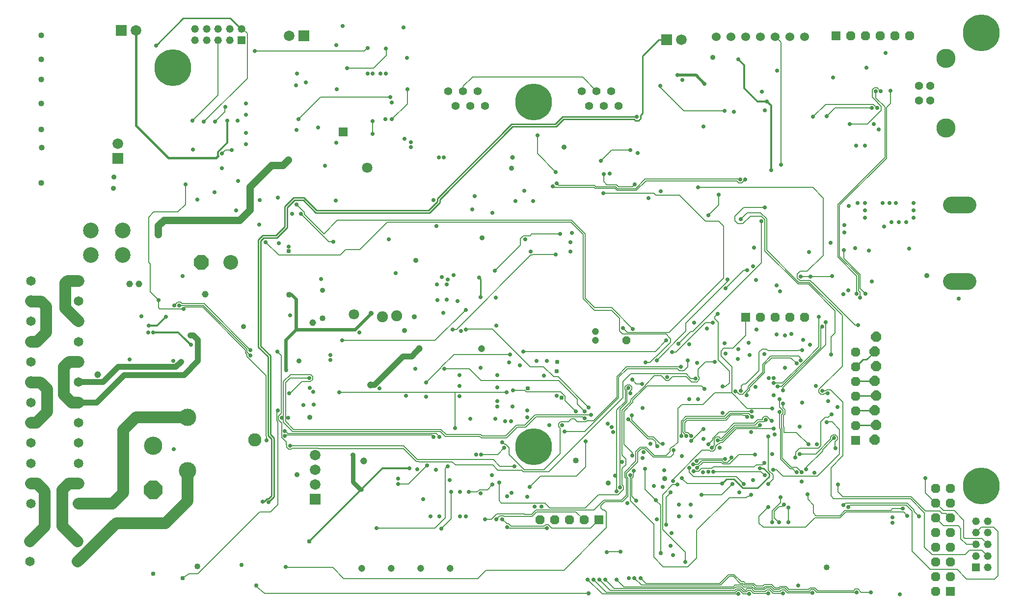
<source format=gbl>
G75*
%MOIN*%
%OFA0B0*%
%FSLAX25Y25*%
%IPPOS*%
%LPD*%
%AMOC8*
5,1,8,0,0,1.08239X$1,22.5*
%
%ADD10C,0.11250*%
%ADD11R,0.06300X0.06300*%
%ADD12OC8,0.06300*%
%ADD13R,0.05200X0.05200*%
%ADD14C,0.05200*%
%ADD15C,0.05500*%
%ADD16R,0.07200X0.07200*%
%ADD17C,0.07200*%
%ADD18OC8,0.05200*%
%ADD19R,0.06400X0.06400*%
%ADD20OC8,0.12400*%
%ADD21C,0.12400*%
%ADD22C,0.06000*%
%ADD23C,0.25000*%
%ADD24C,0.13055*%
%ADD25C,0.05622*%
%ADD26C,0.10630*%
%ADD27C,0.10000*%
%ADD28OC8,0.10000*%
%ADD29C,0.06496*%
%ADD30OC8,0.07000*%
%ADD31C,0.02781*%
%ADD32C,0.00600*%
%ADD33C,0.03100*%
%ADD34C,0.03600*%
%ADD35C,0.03175*%
%ADD36C,0.07087*%
%ADD37C,0.04000*%
%ADD38C,0.04750*%
%ADD39C,0.02978*%
%ADD40C,0.04600*%
%ADD41C,0.01000*%
%ADD42C,0.00800*%
%ADD43C,0.07874*%
%ADD44C,0.09000*%
%ADD45C,0.01200*%
%ADD46C,0.08000*%
%ADD47C,0.11811*%
%ADD48C,0.02400*%
%ADD49C,0.05000*%
%ADD50C,0.03937*%
%ADD51C,0.07500*%
%ADD52C,0.01400*%
%ADD53C,0.03000*%
%ADD54C,0.02000*%
%ADD55C,0.01600*%
%ADD56C,0.04000*%
D10*
X0652371Y0223942D02*
X0663621Y0223942D01*
X0663621Y0275911D02*
X0652371Y0275911D01*
D11*
X0512799Y0199533D03*
X0587524Y0115990D03*
X0412949Y0061694D03*
X0651809Y0013136D03*
X0574102Y0390840D03*
D12*
X0584102Y0390840D03*
X0594102Y0390840D03*
X0604102Y0390840D03*
X0614102Y0390840D03*
X0624102Y0390840D03*
X0552799Y0199533D03*
X0542799Y0199533D03*
X0532799Y0199533D03*
X0522799Y0199533D03*
X0587524Y0175990D03*
X0587524Y0165990D03*
X0587524Y0155990D03*
X0587524Y0145990D03*
X0587524Y0135990D03*
X0587524Y0125990D03*
X0641809Y0083136D03*
X0651809Y0083136D03*
X0651809Y0073136D03*
X0641809Y0073136D03*
X0641809Y0063136D03*
X0651809Y0063136D03*
X0651809Y0053136D03*
X0641809Y0053136D03*
X0641809Y0043136D03*
X0651809Y0043136D03*
X0651809Y0033136D03*
X0641809Y0033136D03*
X0641809Y0023136D03*
X0651809Y0023136D03*
X0641809Y0013136D03*
X0402949Y0061694D03*
X0392949Y0061694D03*
X0382949Y0061694D03*
X0372949Y0061694D03*
D13*
X0669019Y0029408D03*
X0170272Y0387675D03*
D14*
X0162398Y0387675D03*
X0154524Y0387675D03*
X0146650Y0387675D03*
X0138776Y0387675D03*
X0138776Y0395549D03*
X0146650Y0395549D03*
X0154524Y0395549D03*
X0162398Y0395549D03*
X0170272Y0395549D03*
X0669019Y0060905D03*
X0676893Y0060905D03*
X0676893Y0053031D03*
X0669019Y0053031D03*
X0669019Y0045157D03*
X0676893Y0045157D03*
X0676893Y0037282D03*
X0676893Y0029408D03*
X0669019Y0037282D03*
D15*
X0426402Y0343273D03*
X0416402Y0343273D03*
X0406402Y0343273D03*
X0411402Y0353273D03*
X0421402Y0353273D03*
X0401402Y0353273D03*
X0335850Y0343273D03*
X0325850Y0343273D03*
X0315850Y0343273D03*
X0310850Y0353273D03*
X0320850Y0353273D03*
X0330850Y0353273D03*
D16*
X0212882Y0390757D03*
X0088744Y0394340D03*
X0086299Y0307423D03*
X0459020Y0388116D03*
X0220512Y0075987D03*
D17*
X0220512Y0085987D03*
X0220512Y0095987D03*
X0220512Y0105987D03*
X0086299Y0317423D03*
X0202882Y0390757D03*
X0098744Y0394340D03*
X0469020Y0388116D03*
D18*
X0431815Y0183785D03*
D19*
X0239295Y0325399D03*
D20*
X0110420Y0082108D03*
D21*
X0110420Y0112108D03*
D22*
X0492799Y0390242D03*
X0502799Y0390242D03*
X0512799Y0390242D03*
X0522799Y0390242D03*
X0532799Y0390242D03*
X0542799Y0390242D03*
X0552799Y0390242D03*
D23*
X0672667Y0392812D03*
X0368626Y0345793D03*
X0123657Y0369291D03*
X0368736Y0111383D03*
X0672622Y0084850D03*
D24*
X0648882Y0328057D03*
X0648882Y0375458D03*
D25*
X0638213Y0356679D03*
X0630339Y0356679D03*
X0630339Y0346836D03*
X0638213Y0346836D03*
D26*
X0089654Y0258375D03*
X0068000Y0258375D03*
X0068000Y0241840D03*
X0089654Y0241840D03*
D27*
X0163071Y0236952D03*
D28*
X0143071Y0236952D03*
D29*
X0026882Y0033478D03*
X0026882Y0047257D03*
X0059165Y0047257D03*
X0059165Y0033478D03*
X0059665Y0072682D03*
X0059665Y0086462D03*
X0059665Y0100242D03*
X0027382Y0100242D03*
X0027382Y0086462D03*
X0027382Y0072682D03*
X0027382Y0114021D03*
X0027382Y0127801D03*
X0027382Y0141580D03*
X0059665Y0141580D03*
X0059665Y0127801D03*
X0059665Y0114021D03*
X0059665Y0155360D03*
X0059665Y0169139D03*
X0059665Y0182919D03*
X0027382Y0182919D03*
X0027382Y0169139D03*
X0027382Y0155360D03*
X0027382Y0196698D03*
X0027382Y0210478D03*
X0027382Y0224257D03*
X0059665Y0224257D03*
X0059665Y0210478D03*
X0059665Y0196698D03*
D30*
X0600382Y0176257D03*
X0601382Y0186257D03*
X0601382Y0166257D03*
X0600382Y0156257D03*
X0601382Y0146257D03*
X0600382Y0136257D03*
X0601382Y0126257D03*
X0600382Y0116257D03*
D31*
X0573652Y0110357D03*
X0572752Y0117357D03*
X0567852Y0128257D03*
X0570952Y0133457D03*
X0575052Y0138457D03*
X0568652Y0142457D03*
X0568552Y0147957D03*
X0564752Y0149557D03*
X0560252Y0152757D03*
X0538152Y0149857D03*
X0534252Y0152457D03*
X0531752Y0154757D03*
X0531852Y0158157D03*
X0528452Y0158257D03*
X0519252Y0152257D03*
X0513252Y0146357D03*
X0509352Y0149557D03*
X0505652Y0149157D03*
X0496952Y0152357D03*
X0484882Y0150757D03*
X0478652Y0157957D03*
X0468752Y0165757D03*
X0473252Y0170257D03*
X0479752Y0168357D03*
X0491882Y0169257D03*
X0498952Y0174757D03*
X0507352Y0171157D03*
X0515252Y0173757D03*
X0507752Y0177757D03*
X0514882Y0182257D03*
X0520152Y0191157D03*
X0533752Y0187757D03*
X0539252Y0187257D03*
X0543882Y0188257D03*
X0551882Y0184257D03*
X0556352Y0180857D03*
X0551152Y0177257D03*
X0549952Y0170157D03*
X0547252Y0168057D03*
X0539382Y0165257D03*
X0525352Y0174357D03*
X0498502Y0181757D03*
X0486252Y0191757D03*
X0490382Y0195757D03*
X0477882Y0195757D03*
X0493752Y0201857D03*
X0498952Y0219057D03*
X0500452Y0225257D03*
X0513852Y0231657D03*
X0517852Y0234157D03*
X0519652Y0224757D03*
X0533752Y0221007D03*
X0536002Y0217007D03*
X0550002Y0227257D03*
X0556843Y0227257D03*
X0571552Y0227657D03*
X0582552Y0217957D03*
X0579152Y0215157D03*
X0588052Y0215457D03*
X0590352Y0212857D03*
X0594152Y0215457D03*
X0598252Y0223757D03*
X0596252Y0244757D03*
X0586952Y0246357D03*
X0579452Y0245157D03*
X0570552Y0250157D03*
X0555752Y0243757D03*
X0579752Y0257257D03*
X0579752Y0262257D03*
X0593752Y0267257D03*
X0606752Y0261257D03*
X0611752Y0264257D03*
X0616752Y0264257D03*
X0621752Y0264257D03*
X0626752Y0267257D03*
X0626752Y0272257D03*
X0626752Y0277257D03*
X0614752Y0277257D03*
X0610252Y0277257D03*
X0605752Y0277257D03*
X0593752Y0277257D03*
X0593752Y0272257D03*
X0588752Y0277257D03*
X0582752Y0275257D03*
X0525882Y0274257D03*
X0523452Y0264757D03*
X0509352Y0266257D03*
X0487252Y0268757D03*
X0494252Y0282757D03*
X0480252Y0287757D03*
X0455152Y0285157D03*
X0446852Y0280657D03*
X0437252Y0289757D03*
X0420252Y0297257D03*
X0416252Y0296757D03*
X0414252Y0305757D03*
X0434252Y0313257D03*
X0439252Y0311257D03*
X0484052Y0329157D03*
X0498252Y0339757D03*
X0504752Y0339257D03*
X0525752Y0340257D03*
X0527182Y0346257D03*
X0523752Y0352757D03*
X0534052Y0367257D03*
X0507882Y0374757D03*
X0484752Y0358257D03*
X0469752Y0360757D03*
X0466252Y0364007D03*
X0454752Y0356757D03*
X0438882Y0335757D03*
X0371252Y0323257D03*
X0383752Y0298257D03*
X0384252Y0290657D03*
X0381752Y0288357D03*
X0362352Y0285457D03*
X0368452Y0278457D03*
X0356252Y0278457D03*
X0340852Y0270657D03*
X0327152Y0272857D03*
X0328882Y0281757D03*
X0300852Y0279157D03*
X0302752Y0261557D03*
X0270352Y0252357D03*
X0232752Y0250757D03*
X0202452Y0247357D03*
X0195673Y0249952D03*
X0186882Y0250657D03*
X0182552Y0262557D03*
X0204752Y0269857D03*
X0210752Y0269757D03*
X0207652Y0276057D03*
X0195152Y0280757D03*
X0182652Y0279157D03*
X0166852Y0272157D03*
X0140452Y0279557D03*
X0152152Y0284357D03*
X0168052Y0292257D03*
X0156952Y0300757D03*
X0157152Y0310857D03*
X0163752Y0313257D03*
X0173252Y0317257D03*
X0173252Y0324757D03*
X0167752Y0333257D03*
X0173252Y0337257D03*
X0160752Y0333257D03*
X0152452Y0332457D03*
X0144852Y0332557D03*
X0137052Y0333057D03*
X0159252Y0342657D03*
X0173252Y0344757D03*
X0207352Y0357157D03*
X0214152Y0359057D03*
X0207952Y0365157D03*
X0235052Y0354457D03*
X0255952Y0365157D03*
X0259252Y0365257D03*
X0264652Y0365157D03*
X0268352Y0365257D03*
X0282752Y0375757D03*
X0268352Y0382057D03*
X0256052Y0382657D03*
X0234752Y0384557D03*
X0238952Y0397657D03*
X0280252Y0396457D03*
X0242052Y0368957D03*
X0282952Y0354557D03*
X0271352Y0349157D03*
X0272552Y0345657D03*
X0272552Y0334257D03*
X0268052Y0334257D03*
X0259452Y0332957D03*
X0259552Y0324157D03*
X0234752Y0318257D03*
X0222252Y0328457D03*
X0209052Y0334257D03*
X0207752Y0326757D03*
X0227034Y0302508D03*
X0234552Y0278957D03*
X0304252Y0308257D03*
X0307752Y0308257D03*
X0285552Y0315057D03*
X0285552Y0318357D03*
X0280952Y0320757D03*
X0415952Y0283757D03*
X0394752Y0256757D03*
X0386652Y0256257D03*
X0393782Y0250357D03*
X0393782Y0244057D03*
X0383752Y0242257D03*
X0366752Y0244257D03*
X0363052Y0252357D03*
X0342352Y0231257D03*
X0331852Y0226457D03*
X0314252Y0228257D03*
X0310452Y0225157D03*
X0309752Y0221757D03*
X0306352Y0226757D03*
X0302952Y0221857D03*
X0303382Y0211257D03*
X0309752Y0211557D03*
X0317152Y0210557D03*
X0322652Y0204657D03*
X0307252Y0202357D03*
X0313752Y0191257D03*
X0319252Y0190257D03*
X0322752Y0191257D03*
X0343252Y0193757D03*
X0343152Y0212957D03*
X0332852Y0213057D03*
X0275152Y0229557D03*
X0224352Y0225457D03*
X0203282Y0200857D03*
X0250252Y0189057D03*
X0238752Y0183757D03*
X0230752Y0173857D03*
X0230752Y0170557D03*
X0216252Y0158257D03*
X0216652Y0151557D03*
X0219152Y0148957D03*
X0202752Y0147757D03*
X0212252Y0139857D03*
X0219352Y0140257D03*
X0236652Y0148657D03*
X0263952Y0151057D03*
X0282052Y0146157D03*
X0295652Y0145557D03*
X0318552Y0145957D03*
X0318352Y0152957D03*
X0318352Y0160257D03*
X0308052Y0164457D03*
X0295752Y0155257D03*
X0288452Y0164457D03*
X0332791Y0165257D03*
X0344152Y0160057D03*
X0359252Y0166757D03*
X0352052Y0168857D03*
X0352752Y0174257D03*
X0361752Y0176257D03*
X0370752Y0169757D03*
X0377752Y0169757D03*
X0375752Y0159757D03*
X0384252Y0146257D03*
X0406152Y0138157D03*
X0403352Y0135657D03*
X0403252Y0130757D03*
X0407752Y0133257D03*
X0397452Y0135657D03*
X0388152Y0126257D03*
X0389752Y0121757D03*
X0379352Y0126257D03*
X0364252Y0131357D03*
X0364452Y0136157D03*
X0354252Y0138957D03*
X0344052Y0138957D03*
X0344052Y0142357D03*
X0350352Y0148657D03*
X0354752Y0149957D03*
X0344052Y0151957D03*
X0342652Y0130457D03*
X0349352Y0128957D03*
X0353252Y0128857D03*
X0347482Y0114457D03*
X0348882Y0110757D03*
X0332982Y0106257D03*
X0329582Y0106257D03*
X0310382Y0098257D03*
X0302382Y0095757D03*
X0296382Y0098757D03*
X0289882Y0096257D03*
X0284382Y0096757D03*
X0276882Y0089757D03*
X0276882Y0086257D03*
X0293882Y0075757D03*
X0312882Y0080757D03*
X0318882Y0080757D03*
X0324882Y0080757D03*
X0332882Y0079757D03*
X0340882Y0085757D03*
X0345382Y0087257D03*
X0353882Y0080257D03*
X0350882Y0077757D03*
X0364282Y0077657D03*
X0365982Y0084157D03*
X0355752Y0098257D03*
X0340382Y0092257D03*
X0311882Y0088757D03*
X0369482Y0070857D03*
X0374082Y0070857D03*
X0377882Y0056257D03*
X0350882Y0056757D03*
X0347382Y0062257D03*
X0343382Y0062257D03*
X0335882Y0062257D03*
X0322882Y0064257D03*
X0318882Y0064257D03*
X0304882Y0064257D03*
X0298882Y0064257D03*
X0306182Y0055757D03*
X0261982Y0056057D03*
X0200282Y0029857D03*
X0188882Y0073757D03*
X0184882Y0074257D03*
X0203252Y0112257D03*
X0199882Y0118757D03*
X0199882Y0122257D03*
X0197782Y0131057D03*
X0202082Y0131057D03*
X0195182Y0136257D03*
X0187382Y0115757D03*
X0124382Y0109857D03*
X0200752Y0163457D03*
X0194882Y0176257D03*
X0176482Y0177157D03*
X0176382Y0173657D03*
X0135982Y0180757D03*
X0110482Y0189257D03*
X0106982Y0189257D03*
X0107482Y0193757D03*
X0102482Y0200257D03*
X0118982Y0199757D03*
X0124682Y0207557D03*
X0128082Y0207557D03*
X0130982Y0205257D03*
X0113982Y0211157D03*
X0130382Y0227457D03*
X0124139Y0169730D03*
X0094482Y0170757D03*
X0300882Y0118257D03*
X0304882Y0118257D03*
X0315252Y0124257D03*
X0325752Y0130457D03*
X0404082Y0115157D03*
X0422682Y0121357D03*
X0421582Y0124857D03*
X0419082Y0127157D03*
X0433152Y0130057D03*
X0435352Y0132857D03*
X0442682Y0137957D03*
X0434452Y0147757D03*
X0433052Y0151357D03*
X0435652Y0157157D03*
X0442352Y0154257D03*
X0459552Y0158857D03*
X0452252Y0170057D03*
X0444682Y0168857D03*
X0462852Y0175757D03*
X0466952Y0181357D03*
X0474502Y0181257D03*
X0458752Y0183757D03*
X0436202Y0191607D03*
X0429552Y0192257D03*
X0531852Y0146657D03*
X0535752Y0143757D03*
X0538152Y0140757D03*
X0535752Y0135257D03*
X0530752Y0137657D03*
X0526252Y0129757D03*
X0530252Y0129257D03*
X0531752Y0123757D03*
X0532382Y0119757D03*
X0528052Y0118557D03*
X0516452Y0121457D03*
X0522252Y0126257D03*
X0516982Y0131957D03*
X0513582Y0131857D03*
X0516882Y0135357D03*
X0496952Y0134557D03*
X0480252Y0143757D03*
X0474252Y0143757D03*
X0483982Y0123657D03*
X0475782Y0118957D03*
X0472382Y0118957D03*
X0468982Y0118957D03*
X0475582Y0115457D03*
X0484152Y0116757D03*
X0487252Y0113257D03*
X0489752Y0110757D03*
X0494982Y0110957D03*
X0493752Y0115757D03*
X0519082Y0106057D03*
X0525452Y0100357D03*
X0522352Y0096857D03*
X0525652Y0092057D03*
X0531252Y0095857D03*
X0517752Y0088757D03*
X0511252Y0086257D03*
X0508352Y0080457D03*
X0503752Y0086257D03*
X0496652Y0086357D03*
X0490852Y0094557D03*
X0487252Y0094457D03*
X0483652Y0094157D03*
X0479882Y0097157D03*
X0477352Y0094757D03*
X0474352Y0097057D03*
X0476952Y0099357D03*
X0479452Y0101757D03*
X0469252Y0105257D03*
X0463682Y0109157D03*
X0456552Y0113457D03*
X0452652Y0111757D03*
X0448082Y0113357D03*
X0443452Y0107757D03*
X0442752Y0103757D03*
X0435682Y0105457D03*
X0428652Y0101257D03*
X0436882Y0095257D03*
X0434252Y0092057D03*
X0423952Y0091857D03*
X0427552Y0083757D03*
X0425052Y0081057D03*
X0432382Y0073257D03*
X0438382Y0074757D03*
X0451561Y0075249D03*
X0461652Y0080657D03*
X0456252Y0084257D03*
X0450252Y0084757D03*
X0457407Y0095603D03*
X0463252Y0088257D03*
X0466252Y0085757D03*
X0469252Y0090157D03*
X0444352Y0096557D03*
X0482752Y0078757D03*
X0475252Y0072257D03*
X0467252Y0072257D03*
X0467252Y0064257D03*
X0475252Y0064257D03*
X0458852Y0058557D03*
X0452382Y0062257D03*
X0462252Y0052757D03*
X0461882Y0044257D03*
X0463382Y0037757D03*
X0471882Y0033257D03*
X0441482Y0022257D03*
X0437182Y0022257D03*
X0433382Y0022257D03*
X0425182Y0021257D03*
X0417282Y0021257D03*
X0413382Y0021257D03*
X0409382Y0021257D03*
X0405482Y0021257D03*
X0418382Y0039757D03*
X0427882Y0040257D03*
X0507882Y0011457D03*
X0515182Y0011557D03*
X0527982Y0011957D03*
X0537982Y0011957D03*
X0548382Y0017257D03*
X0557982Y0012057D03*
X0587982Y0012457D03*
X0597882Y0012557D03*
X0617382Y0011257D03*
X0612482Y0059957D03*
X0612482Y0063357D03*
X0619382Y0069457D03*
X0622482Y0064657D03*
X0630382Y0064157D03*
X0582482Y0070557D03*
X0579082Y0071757D03*
X0554752Y0079257D03*
X0541752Y0070257D03*
X0538752Y0072257D03*
X0536352Y0077107D03*
X0528052Y0070557D03*
X0530852Y0060157D03*
X0535252Y0060257D03*
X0541752Y0060257D03*
X0516252Y0078957D03*
X0528052Y0086157D03*
X0547252Y0094257D03*
X0550752Y0094257D03*
X0553752Y0096257D03*
X0559552Y0093857D03*
X0550752Y0087957D03*
X0546452Y0104157D03*
X0549252Y0106557D03*
X0555252Y0113057D03*
X0561152Y0113057D03*
X0549552Y0125157D03*
X0550952Y0141657D03*
X0570882Y0174257D03*
X0564752Y0193257D03*
X0567152Y0196057D03*
X0562452Y0199957D03*
X0589102Y0194107D03*
X0657382Y0212257D03*
X0623752Y0246257D03*
X0518252Y0246757D03*
X0512452Y0293257D03*
X0509052Y0293057D03*
X0530082Y0299457D03*
X0536652Y0303057D03*
X0587752Y0316257D03*
X0593752Y0316257D03*
X0603132Y0327257D03*
X0599752Y0330757D03*
X0583452Y0330957D03*
X0567852Y0336157D03*
X0558552Y0335857D03*
X0598452Y0341857D03*
X0602052Y0341757D03*
X0600952Y0353157D03*
X0604452Y0353157D03*
X0611152Y0353357D03*
X0572132Y0362507D03*
X0594752Y0369257D03*
X0607752Y0379257D03*
X0179552Y0380557D03*
X0112382Y0384257D03*
X0137252Y0313357D03*
X0132252Y0289757D03*
X0530882Y0106457D03*
X0503002Y0104257D03*
X0498752Y0103257D03*
X0575252Y0085757D03*
X0634682Y0090057D03*
D32*
X0634682Y0080263D01*
X0641809Y0073136D01*
X0646887Y0068057D01*
X0654482Y0068057D01*
X0660882Y0061657D01*
X0660882Y0049857D01*
X0661582Y0049157D01*
X0673082Y0049157D01*
X0676893Y0045346D01*
X0676893Y0045157D01*
X0673018Y0041157D02*
X0664882Y0041157D01*
X0661882Y0038157D01*
X0639282Y0038157D01*
X0634182Y0043257D01*
X0634182Y0066660D01*
X0624585Y0076257D01*
X0572382Y0076257D01*
X0570582Y0078057D01*
X0570582Y0097290D01*
X0578752Y0105460D01*
X0578752Y0141854D01*
X0570358Y0150248D01*
X0567603Y0150248D01*
X0566913Y0149557D01*
X0564752Y0149557D01*
X0566391Y0147957D02*
X0565701Y0147267D01*
X0563803Y0147267D01*
X0562461Y0148609D01*
X0562461Y0150506D01*
X0578252Y0166297D01*
X0578252Y0200757D01*
X0555752Y0223257D01*
X0548752Y0223257D01*
X0526952Y0245057D01*
X0526952Y0266457D01*
X0522852Y0270557D01*
X0513652Y0270557D01*
X0509352Y0266257D01*
X0510882Y0263257D02*
X0507382Y0263257D01*
X0505382Y0265257D01*
X0505382Y0268257D01*
X0511382Y0274257D01*
X0525882Y0274257D01*
X0523418Y0268294D02*
X0515918Y0268294D01*
X0510882Y0263257D01*
X0497652Y0261657D02*
X0497652Y0226088D01*
X0460821Y0189257D01*
X0432552Y0189257D01*
X0429552Y0192257D01*
X0427082Y0190157D02*
X0427082Y0198889D01*
X0421748Y0204223D01*
X0410148Y0204223D01*
X0402352Y0212019D01*
X0402352Y0255719D01*
X0393913Y0264157D01*
X0269282Y0264157D01*
X0250582Y0245457D01*
X0241082Y0245457D01*
X0237482Y0241857D01*
X0195682Y0241857D01*
X0186882Y0250657D01*
X0130131Y0208748D02*
X0129031Y0209848D01*
X0126972Y0209848D01*
X0124682Y0207557D01*
X0128082Y0207557D02*
X0129943Y0207457D01*
X0130033Y0207548D01*
X0144394Y0207548D01*
X0174191Y0177751D01*
X0174191Y0175848D01*
X0176382Y0173657D01*
X0174091Y0174248D02*
X0173782Y0174557D01*
X0173782Y0174560D01*
X0172991Y0175351D01*
X0172991Y0177254D01*
X0143897Y0206348D01*
X0132072Y0206348D01*
X0130982Y0205257D01*
X0114882Y0205257D01*
X0113982Y0206157D01*
X0113982Y0211157D01*
X0130131Y0208748D02*
X0144891Y0208748D01*
X0176482Y0177157D01*
X0174091Y0174248D02*
X0174091Y0172709D01*
X0186982Y0159818D01*
X0186982Y0118677D01*
X0187382Y0118277D01*
X0187382Y0115757D01*
X0197591Y0117809D02*
X0197591Y0127600D01*
X0195491Y0129700D01*
X0195491Y0132006D01*
X0197552Y0134067D01*
X0197552Y0173587D01*
X0194882Y0176257D01*
X0195182Y0136257D02*
X0194291Y0135267D01*
X0194291Y0129202D01*
X0194982Y0128512D01*
X0194982Y0072057D01*
X0190182Y0067257D01*
X0182782Y0067257D01*
X0140582Y0025057D01*
X0134582Y0025057D01*
X0130482Y0022157D01*
X0200282Y0029857D02*
X0200582Y0029557D01*
X0232282Y0029557D01*
X0239882Y0021957D01*
X0330882Y0021957D01*
X0336482Y0027557D01*
X0389282Y0027557D01*
X0418182Y0056457D01*
X0418182Y0067057D01*
X0416872Y0068367D01*
X0415803Y0068367D01*
X0414461Y0069709D01*
X0414461Y0071606D01*
X0416913Y0074057D01*
X0428982Y0074057D01*
X0432847Y0077923D01*
X0432847Y0090223D01*
X0431782Y0091288D01*
X0431782Y0093657D01*
X0439382Y0101257D01*
X0439382Y0107757D01*
X0441672Y0110048D01*
X0444401Y0110048D01*
X0450091Y0104357D01*
X0461582Y0104357D01*
X0463682Y0106457D01*
X0463682Y0109157D01*
X0463482Y0111448D02*
X0466652Y0114618D01*
X0466652Y0137460D01*
X0469449Y0140257D01*
X0483882Y0140257D01*
X0491772Y0148148D01*
X0503361Y0148148D01*
X0503361Y0165848D01*
X0496052Y0173157D01*
X0496052Y0176657D01*
X0497852Y0178457D01*
X0504052Y0178457D01*
X0512799Y0187205D01*
X0512799Y0199533D01*
X0494152Y0196157D02*
X0491852Y0198457D01*
X0491852Y0199957D01*
X0493752Y0201857D01*
X0494152Y0196157D02*
X0494152Y0170357D01*
X0501652Y0162857D01*
X0501652Y0154957D01*
X0499052Y0152357D01*
X0496952Y0152357D01*
X0503361Y0148148D02*
X0513852Y0137657D01*
X0530752Y0137657D01*
X0535752Y0138497D02*
X0538043Y0136206D01*
X0538043Y0134309D01*
X0536952Y0133218D01*
X0536952Y0124651D01*
X0537452Y0124151D01*
X0537452Y0103754D01*
X0543658Y0097548D01*
X0547461Y0097548D01*
X0550752Y0094257D01*
X0547252Y0094257D02*
X0546691Y0094257D01*
X0544601Y0096348D01*
X0543161Y0096348D01*
X0536252Y0103257D01*
X0536252Y0123654D01*
X0535752Y0124154D01*
X0535752Y0135257D01*
X0535752Y0138497D02*
X0535752Y0143757D01*
X0538152Y0149857D02*
X0538152Y0151724D01*
X0567152Y0180724D01*
X0567152Y0196057D01*
X0564752Y0193257D02*
X0563652Y0192157D01*
X0563652Y0178921D01*
X0537188Y0152457D01*
X0534252Y0152457D01*
X0531752Y0154757D02*
X0537791Y0154757D01*
X0552243Y0169209D01*
X0552243Y0169248D01*
X0562452Y0179457D01*
X0562452Y0199957D01*
X0573382Y0203930D02*
X0555255Y0222057D01*
X0548255Y0222057D01*
X0525752Y0244560D01*
X0525752Y0265960D01*
X0523418Y0268294D01*
X0523452Y0264757D02*
X0523552Y0236618D01*
X0476651Y0189717D01*
X0475311Y0189717D01*
X0466952Y0181357D01*
X0461782Y0182357D02*
X0461782Y0184857D01*
X0458582Y0188057D01*
X0429182Y0188057D01*
X0427082Y0190157D01*
X0451252Y0176257D02*
X0458752Y0183757D01*
X0461782Y0182357D02*
X0451772Y0172348D01*
X0451303Y0172348D01*
X0447813Y0168857D01*
X0444682Y0168857D01*
X0452252Y0170057D02*
X0472211Y0190017D01*
X0472211Y0195556D01*
X0500452Y0223797D01*
X0500452Y0225257D01*
X0498952Y0219057D02*
X0511552Y0231657D01*
X0513852Y0231657D01*
X0547711Y0228717D02*
X0547711Y0226309D01*
X0549563Y0224457D01*
X0556249Y0224457D01*
X0557949Y0222757D01*
X0558252Y0222757D01*
X0586902Y0194107D01*
X0589102Y0194107D01*
X0573382Y0188757D02*
X0573382Y0203930D01*
X0590352Y0212857D02*
X0590352Y0216397D01*
X0589252Y0217497D01*
X0589252Y0228141D01*
X0576552Y0240841D01*
X0576552Y0275763D01*
X0608452Y0307663D01*
X0608452Y0342157D01*
X0611152Y0344857D01*
X0611152Y0353357D01*
X0604452Y0353157D02*
X0604191Y0353157D01*
X0601901Y0355448D01*
X0600003Y0355448D01*
X0598661Y0354106D01*
X0598661Y0349251D01*
X0602552Y0345360D01*
X0602552Y0345157D01*
X0604752Y0342957D01*
X0604752Y0340257D01*
X0595452Y0330957D01*
X0583452Y0330957D01*
X0573552Y0341857D02*
X0567852Y0336157D01*
X0573552Y0341857D02*
X0598452Y0341857D01*
X0599552Y0344257D02*
X0602052Y0341757D01*
X0599552Y0344257D02*
X0566952Y0344257D01*
X0558552Y0335857D01*
X0600952Y0348657D02*
X0600952Y0353157D01*
X0604252Y0353157D02*
X0604452Y0353157D01*
X0600952Y0348657D02*
X0607252Y0342357D01*
X0607252Y0308160D01*
X0575352Y0276260D01*
X0575352Y0240344D01*
X0588052Y0227644D01*
X0588052Y0215457D01*
X0590452Y0219157D02*
X0590452Y0228638D01*
X0579452Y0239638D01*
X0579452Y0245157D01*
X0565352Y0241657D02*
X0565352Y0280657D01*
X0558252Y0287757D01*
X0480252Y0287757D01*
X0467852Y0282357D02*
X0485352Y0264857D01*
X0494452Y0264857D01*
X0497652Y0261657D01*
X0487252Y0268757D02*
X0494252Y0275757D01*
X0494252Y0282757D01*
X0506613Y0292257D02*
X0444949Y0292257D01*
X0438449Y0285757D01*
X0425355Y0285757D01*
X0424055Y0287057D01*
X0410455Y0287057D01*
X0409555Y0287957D01*
X0382152Y0287957D01*
X0381752Y0288357D01*
X0384252Y0290657D02*
X0385752Y0289157D01*
X0410052Y0289157D01*
X0410952Y0288257D01*
X0424552Y0288257D01*
X0425852Y0286957D01*
X0437952Y0286957D01*
X0444452Y0293457D01*
X0508652Y0293457D01*
X0509052Y0293057D01*
X0511343Y0292148D02*
X0512452Y0293257D01*
X0511343Y0292148D02*
X0511343Y0292109D01*
X0510001Y0290767D01*
X0508103Y0290767D01*
X0506613Y0292257D01*
X0536652Y0303057D02*
X0536652Y0386389D01*
X0532799Y0390242D01*
X0411402Y0353273D02*
X0401917Y0362757D01*
X0327252Y0362757D01*
X0320850Y0356356D01*
X0320850Y0353273D01*
X0371252Y0323257D02*
X0371252Y0310757D01*
X0383752Y0298257D01*
X0415952Y0283757D02*
X0450352Y0283757D01*
X0451752Y0282357D01*
X0467852Y0282357D01*
X0554452Y0230757D02*
X0565352Y0241657D01*
X0554452Y0230757D02*
X0549752Y0230757D01*
X0547711Y0228717D01*
X0550002Y0227257D02*
X0556843Y0227257D01*
X0571152Y0227257D01*
X0571552Y0227657D01*
X0590452Y0219157D02*
X0594152Y0215457D01*
X0573382Y0188757D02*
X0570882Y0186257D01*
X0570882Y0174257D01*
X0551152Y0177257D02*
X0548652Y0177257D01*
X0548252Y0176757D01*
X0527888Y0176757D01*
X0526798Y0177848D01*
X0523906Y0177848D01*
X0521861Y0175803D01*
X0521861Y0173467D01*
X0521752Y0173357D01*
X0521752Y0163154D01*
X0512645Y0154048D01*
X0511103Y0154048D01*
X0509761Y0152706D01*
X0509761Y0149967D01*
X0509352Y0149557D01*
X0508403Y0147267D02*
X0506513Y0149157D01*
X0505652Y0149157D01*
X0508403Y0147267D02*
X0510801Y0147267D01*
X0514343Y0150809D01*
X0514343Y0152351D01*
X0524261Y0162270D01*
X0524261Y0167657D01*
X0529761Y0173157D01*
X0548555Y0173157D01*
X0549653Y0172059D01*
X0549653Y0170456D01*
X0549952Y0170157D01*
X0547252Y0168057D02*
X0543452Y0171957D01*
X0530258Y0171957D01*
X0525461Y0167160D01*
X0525461Y0161773D01*
X0515543Y0151854D01*
X0515543Y0150311D01*
X0513252Y0148021D01*
X0513252Y0146357D01*
X0516882Y0135357D02*
X0501882Y0135457D01*
X0498482Y0132057D01*
X0472082Y0132057D01*
X0468982Y0128957D01*
X0468982Y0118957D01*
X0470182Y0121357D02*
X0472382Y0119157D01*
X0472382Y0118957D01*
X0471980Y0121256D02*
X0471382Y0121854D01*
X0471382Y0127963D01*
X0473076Y0129657D01*
X0499476Y0129657D01*
X0502869Y0133051D01*
X0509779Y0133005D01*
X0511671Y0132992D01*
X0511671Y0132992D01*
X0512452Y0132987D01*
X0513582Y0131857D01*
X0514768Y0134171D02*
X0516982Y0131957D01*
X0514768Y0134171D02*
X0512176Y0134189D01*
X0502376Y0134254D01*
X0498979Y0130857D01*
X0472579Y0130857D01*
X0470182Y0128460D01*
X0470182Y0121357D01*
X0471980Y0121256D02*
X0473483Y0121256D01*
X0475782Y0118957D01*
X0475582Y0115457D02*
X0483782Y0123657D01*
X0483982Y0123657D01*
X0490261Y0117203D02*
X0494611Y0121553D01*
X0498956Y0121553D01*
X0504761Y0127357D01*
X0518416Y0127357D01*
X0520816Y0129757D01*
X0523752Y0129757D01*
X0523961Y0129967D01*
X0523961Y0130706D01*
X0525303Y0132048D01*
X0527201Y0132048D01*
X0529991Y0129257D01*
X0530252Y0129257D01*
X0526252Y0129757D02*
X0525043Y0128548D01*
X0521303Y0128548D01*
X0518913Y0126157D01*
X0505258Y0126157D01*
X0496358Y0117257D01*
X0495491Y0117257D01*
X0494701Y0118048D01*
X0492803Y0118048D01*
X0491461Y0116706D01*
X0491461Y0112467D01*
X0489752Y0110757D01*
X0488247Y0109023D02*
X0483017Y0109023D01*
X0463252Y0089257D01*
X0463252Y0088257D01*
X0463152Y0085757D02*
X0456352Y0078957D01*
X0456352Y0055287D01*
X0471882Y0039757D01*
X0471882Y0033257D01*
X0473382Y0029957D02*
X0456782Y0029957D01*
X0450282Y0036457D01*
X0450282Y0058827D01*
X0434252Y0074857D01*
X0434252Y0092057D01*
X0435452Y0090018D02*
X0435452Y0077687D01*
X0438382Y0074757D01*
X0431647Y0078420D02*
X0428485Y0075257D01*
X0416416Y0075257D01*
X0409616Y0068457D01*
X0370385Y0068457D01*
X0367385Y0065457D01*
X0362882Y0065457D01*
X0362591Y0065748D01*
X0343633Y0065748D01*
X0340143Y0062257D01*
X0335882Y0062257D01*
X0343382Y0062257D02*
X0345672Y0064548D01*
X0348331Y0064548D01*
X0348621Y0064257D01*
X0367882Y0064257D01*
X0370882Y0067257D01*
X0397386Y0067257D01*
X0402949Y0061694D01*
X0407512Y0056257D02*
X0381121Y0056257D01*
X0378831Y0058548D01*
X0376933Y0058548D01*
X0375843Y0057457D01*
X0353421Y0057457D01*
X0351831Y0059048D01*
X0350591Y0059048D01*
X0347382Y0062257D01*
X0350882Y0056757D02*
X0351382Y0056257D01*
X0377882Y0056257D01*
X0379882Y0069757D02*
X0376382Y0073257D01*
X0346882Y0073257D01*
X0345382Y0074757D01*
X0345382Y0087257D01*
X0344482Y0095657D02*
X0360885Y0095657D01*
X0361885Y0094657D01*
X0378952Y0094657D01*
X0379052Y0094557D01*
X0375852Y0095857D02*
X0386752Y0106757D01*
X0386752Y0124418D01*
X0385861Y0125309D01*
X0385861Y0127206D01*
X0387203Y0128548D01*
X0392543Y0128548D01*
X0394552Y0130557D01*
X0396252Y0130557D01*
X0398343Y0128467D01*
X0404201Y0128467D01*
X0404991Y0129257D01*
X0409252Y0129257D01*
X0425252Y0145257D01*
X0425252Y0159257D01*
X0431752Y0165757D01*
X0468752Y0165757D01*
X0466452Y0164557D02*
X0432249Y0164557D01*
X0426452Y0158760D01*
X0426452Y0144760D01*
X0403449Y0121757D01*
X0389752Y0121757D01*
X0404082Y0115157D02*
X0404082Y0097857D01*
X0397882Y0091657D01*
X0373482Y0091657D01*
X0365982Y0084157D01*
X0362382Y0095857D02*
X0351982Y0106257D01*
X0351982Y0110897D01*
X0349831Y0113048D01*
X0348891Y0113048D01*
X0347482Y0114457D01*
X0348882Y0110757D02*
X0344382Y0106257D01*
X0332982Y0106257D01*
X0340982Y0099157D02*
X0315582Y0099157D01*
X0313482Y0101257D01*
X0291182Y0101257D01*
X0290982Y0101457D01*
X0289213Y0101457D01*
X0280513Y0110157D01*
X0222706Y0110157D01*
X0222376Y0110487D01*
X0204721Y0110487D01*
X0204201Y0109967D01*
X0202303Y0109967D01*
X0200961Y0111309D01*
X0200961Y0112878D01*
X0200582Y0113257D01*
X0200582Y0114818D01*
X0197591Y0117809D01*
X0199882Y0118757D02*
X0200482Y0119357D01*
X0299782Y0119357D01*
X0300882Y0118257D01*
X0302582Y0120557D02*
X0304882Y0118257D01*
X0302582Y0120557D02*
X0201582Y0120557D01*
X0199882Y0122257D01*
X0200252Y0131057D02*
X0202082Y0131057D01*
X0198852Y0131057D02*
X0197782Y0131057D01*
X0283882Y0086257D02*
X0296382Y0098757D01*
X0308882Y0096757D02*
X0308882Y0063257D01*
X0301682Y0056057D01*
X0261982Y0056057D01*
X0306182Y0055757D02*
X0312882Y0062457D01*
X0312882Y0080757D01*
X0283882Y0086257D02*
X0276882Y0086257D01*
X0308882Y0096757D02*
X0310382Y0098257D01*
X0340982Y0099157D02*
X0344482Y0095657D01*
X0362382Y0095857D02*
X0375852Y0095857D01*
X0403882Y0069757D02*
X0412882Y0078757D01*
X0422882Y0078757D01*
X0422891Y0078767D01*
X0426001Y0078767D01*
X0429843Y0082609D01*
X0429843Y0084706D01*
X0428882Y0085667D01*
X0428882Y0096757D01*
X0431382Y0099257D01*
X0431382Y0103257D01*
X0428752Y0105887D01*
X0428752Y0136127D01*
X0434882Y0142257D01*
X0434882Y0143548D01*
X0444643Y0153309D01*
X0444643Y0153518D01*
X0450882Y0159757D01*
X0455382Y0159757D01*
X0458382Y0156757D01*
X0458413Y0156757D01*
X0458603Y0156567D01*
X0460501Y0156567D01*
X0463207Y0159273D01*
X0472398Y0159273D01*
X0476004Y0155667D01*
X0479601Y0155667D01*
X0480943Y0157009D01*
X0480943Y0158906D01*
X0480382Y0159467D01*
X0480382Y0164257D01*
X0485382Y0169257D01*
X0491882Y0169257D01*
X0473252Y0170257D02*
X0473252Y0165757D01*
X0470752Y0163257D01*
X0467752Y0163257D01*
X0466452Y0164557D01*
X0465382Y0175757D02*
X0485382Y0195757D01*
X0490382Y0195757D01*
X0465382Y0175757D02*
X0462852Y0175757D01*
X0451252Y0176257D02*
X0361752Y0176257D01*
X0352752Y0174257D02*
X0314613Y0174257D01*
X0305761Y0165406D01*
X0305761Y0165267D01*
X0295752Y0155257D01*
X0308052Y0164457D02*
X0325152Y0164457D01*
X0333152Y0156457D01*
X0385852Y0156457D01*
X0398352Y0143957D01*
X0398352Y0140657D01*
X0403352Y0135657D01*
X0406152Y0138157D02*
X0385252Y0159057D01*
X0382252Y0159057D01*
X0375352Y0165957D01*
X0366252Y0165957D01*
X0340652Y0191557D01*
X0322952Y0191557D01*
X0322752Y0191357D01*
X0322752Y0191257D01*
X0315252Y0148657D02*
X0315252Y0124257D01*
X0354752Y0149957D02*
X0362587Y0149957D01*
X0363737Y0148807D01*
X0387167Y0148807D01*
X0390202Y0145772D01*
X0390202Y0142907D01*
X0397452Y0135657D01*
X0425052Y0136354D02*
X0430952Y0142254D01*
X0430952Y0150218D01*
X0430761Y0150409D01*
X0430761Y0152306D01*
X0432103Y0153648D01*
X0434001Y0153648D01*
X0435343Y0152306D01*
X0435343Y0150409D01*
X0434452Y0149518D01*
X0434452Y0147757D01*
X0432152Y0150457D02*
X0433052Y0151357D01*
X0432152Y0150457D02*
X0432152Y0141757D01*
X0427552Y0137157D01*
X0427552Y0101257D01*
X0428652Y0101257D01*
X0427552Y0101257D02*
X0427552Y0083757D01*
X0425052Y0081057D02*
X0425052Y0091857D01*
X0423952Y0091857D01*
X0425052Y0091857D02*
X0425052Y0136354D01*
X0429952Y0135630D02*
X0436082Y0141760D01*
X0436082Y0143051D01*
X0445788Y0152757D01*
X0482882Y0152757D01*
X0484882Y0150757D01*
X0442352Y0154257D02*
X0438552Y0154257D01*
X0435652Y0157157D01*
X0429952Y0135630D02*
X0429952Y0113187D01*
X0435682Y0107457D01*
X0435682Y0105457D01*
X0438182Y0108254D02*
X0438182Y0101754D01*
X0430582Y0094154D01*
X0430582Y0090791D01*
X0431647Y0089726D01*
X0431647Y0078420D01*
X0444352Y0082457D02*
X0451561Y0075249D01*
X0452217Y0074592D01*
X0458852Y0077257D02*
X0461852Y0080257D01*
X0461852Y0080457D01*
X0461652Y0080657D01*
X0458852Y0077257D02*
X0458852Y0058557D01*
X0479382Y0054757D02*
X0479382Y0035957D01*
X0473382Y0029957D01*
X0495177Y0018657D02*
X0501131Y0024611D01*
X0504833Y0024611D01*
X0509696Y0019748D01*
X0511316Y0019748D01*
X0512416Y0018648D01*
X0518119Y0018648D01*
X0520010Y0016757D01*
X0524451Y0016757D01*
X0525542Y0017848D01*
X0530422Y0017848D01*
X0532712Y0015557D01*
X0534948Y0015557D01*
X0536039Y0016648D01*
X0539925Y0016648D01*
X0542115Y0014457D01*
X0555445Y0014457D01*
X0556536Y0015548D01*
X0559688Y0015548D01*
X0561579Y0013657D01*
X0585943Y0013657D01*
X0587033Y0014748D01*
X0588931Y0014748D01*
X0591121Y0012557D01*
X0597882Y0012557D01*
X0587982Y0012457D02*
X0561082Y0012457D01*
X0559191Y0014348D01*
X0557033Y0014348D01*
X0555943Y0013257D01*
X0541618Y0013257D01*
X0539428Y0015448D01*
X0536536Y0015448D01*
X0535445Y0014357D01*
X0532215Y0014357D01*
X0529925Y0016648D01*
X0526039Y0016648D01*
X0524948Y0015557D01*
X0519512Y0015557D01*
X0517622Y0017448D01*
X0511919Y0017448D01*
X0510819Y0018548D01*
X0509199Y0018548D01*
X0504336Y0023411D01*
X0501628Y0023411D01*
X0495674Y0017457D01*
X0441982Y0017457D01*
X0437182Y0022257D01*
X0441482Y0022257D02*
X0445082Y0018657D01*
X0495177Y0018657D01*
X0504351Y0016257D02*
X0430182Y0016257D01*
X0425182Y0021257D01*
X0423482Y0015057D02*
X0417282Y0021257D01*
X0413382Y0021257D02*
X0420782Y0013857D01*
X0505345Y0013857D01*
X0506436Y0014948D01*
X0509328Y0014948D01*
X0511518Y0012757D01*
X0513143Y0012757D01*
X0514233Y0013848D01*
X0516131Y0013848D01*
X0518021Y0011957D01*
X0527982Y0011957D01*
X0525943Y0013157D02*
X0518518Y0013157D01*
X0516628Y0015048D01*
X0513736Y0015048D01*
X0512645Y0013957D01*
X0512015Y0013957D01*
X0509825Y0016148D01*
X0505939Y0016148D01*
X0504848Y0015057D01*
X0423482Y0015057D01*
X0417982Y0012657D02*
X0505843Y0012657D01*
X0506933Y0013748D01*
X0508831Y0013748D01*
X0511021Y0011557D01*
X0515182Y0011557D01*
X0519015Y0014357D02*
X0517125Y0016248D01*
X0511422Y0016248D01*
X0510322Y0017348D01*
X0505442Y0017348D01*
X0504351Y0016257D01*
X0507882Y0011457D02*
X0507982Y0011457D01*
X0507882Y0011457D02*
X0415282Y0011457D01*
X0405482Y0021257D01*
X0409382Y0021257D02*
X0417982Y0012657D01*
X0418382Y0039757D02*
X0418882Y0040257D01*
X0427882Y0040257D01*
X0407512Y0056257D02*
X0412949Y0061694D01*
X0403882Y0069757D02*
X0379882Y0069757D01*
X0435452Y0090018D02*
X0436543Y0091109D01*
X0436543Y0094918D01*
X0436882Y0095257D01*
X0444352Y0096557D02*
X0444352Y0082457D01*
X0463152Y0085757D02*
X0466252Y0085757D01*
X0469652Y0089657D02*
X0469652Y0089757D01*
X0469252Y0090157D01*
X0469652Y0089657D02*
X0472952Y0086357D01*
X0496652Y0086357D01*
X0503752Y0086257D02*
X0496252Y0078757D01*
X0482752Y0078757D01*
X0501582Y0076957D02*
X0513055Y0076957D01*
X0513955Y0077857D01*
X0515152Y0077857D01*
X0516252Y0078957D01*
X0501582Y0076957D02*
X0479382Y0054757D01*
X0521717Y0059622D02*
X0524582Y0056757D01*
X0553482Y0056757D01*
X0559882Y0063157D01*
X0576782Y0063157D01*
X0580682Y0067057D01*
X0620082Y0067057D01*
X0622482Y0064657D01*
X0625782Y0067957D02*
X0625782Y0040357D01*
X0637982Y0028157D01*
X0656282Y0028157D01*
X0662882Y0021557D01*
X0681782Y0021557D01*
X0683982Y0023757D01*
X0683982Y0053857D01*
X0681082Y0056757D01*
X0672746Y0056757D01*
X0669019Y0053031D01*
X0662583Y0045157D02*
X0658782Y0048957D01*
X0658782Y0055957D01*
X0656982Y0057757D01*
X0647187Y0057757D01*
X0641809Y0063136D01*
X0646182Y0066257D02*
X0644482Y0067957D01*
X0634582Y0067957D01*
X0625082Y0077457D01*
X0578682Y0077457D01*
X0575252Y0080887D01*
X0575252Y0085757D01*
X0561464Y0091567D02*
X0576352Y0106454D01*
X0576352Y0123257D01*
X0571252Y0128357D01*
X0568452Y0128357D01*
X0568352Y0128257D01*
X0567852Y0128257D01*
X0568852Y0131357D02*
X0570952Y0133457D01*
X0568852Y0131357D02*
X0566652Y0131357D01*
X0563752Y0128457D01*
X0563752Y0112157D01*
X0562052Y0110457D01*
X0549352Y0110457D01*
X0546852Y0107957D01*
X0546852Y0104557D01*
X0546452Y0104157D01*
X0549252Y0106557D02*
X0560255Y0106557D01*
X0570461Y0116764D01*
X0570461Y0118306D01*
X0571803Y0119648D01*
X0573701Y0119648D01*
X0575043Y0118306D01*
X0575043Y0116409D01*
X0573352Y0114718D01*
X0573352Y0110657D01*
X0573652Y0110357D01*
X0572752Y0117357D02*
X0564952Y0109557D01*
X0564952Y0108657D01*
X0553752Y0097457D01*
X0553752Y0096257D01*
X0561464Y0091567D02*
X0537903Y0091567D01*
X0533613Y0095857D01*
X0531252Y0095857D01*
X0528082Y0095557D02*
X0531282Y0092357D01*
X0531282Y0089387D01*
X0528052Y0086157D01*
X0525652Y0092057D02*
X0523152Y0094557D01*
X0490852Y0094557D01*
X0489752Y0096757D02*
X0490752Y0097757D01*
X0518513Y0097757D01*
X0519903Y0099148D01*
X0524243Y0099148D01*
X0525452Y0100357D01*
X0519082Y0106057D02*
X0508041Y0106057D01*
X0501751Y0099767D01*
X0497306Y0099767D01*
X0496216Y0100857D01*
X0483582Y0100857D01*
X0479882Y0097157D01*
X0480401Y0099467D02*
X0477061Y0099467D01*
X0476952Y0099357D01*
X0480401Y0099467D02*
X0482991Y0102057D01*
X0496713Y0102057D01*
X0497803Y0100967D01*
X0500461Y0100967D01*
X0503002Y0103507D01*
X0503002Y0104257D01*
X0498752Y0103257D02*
X0480952Y0103257D01*
X0479452Y0101757D01*
X0482712Y0096748D02*
X0488243Y0096748D01*
X0488252Y0096757D01*
X0489752Y0096757D01*
X0482712Y0096748D02*
X0480831Y0094867D01*
X0477461Y0094867D01*
X0477352Y0094757D01*
X0474252Y0094257D02*
X0474252Y0096957D01*
X0474352Y0097057D01*
X0474252Y0094257D02*
X0477252Y0091257D01*
X0506252Y0091257D01*
X0511252Y0086257D01*
X0528082Y0095557D02*
X0528082Y0118557D01*
X0528052Y0118557D01*
X0531752Y0123757D02*
X0506252Y0123757D01*
X0497052Y0114557D01*
X0495791Y0114557D01*
X0494701Y0113467D01*
X0494158Y0113467D01*
X0492043Y0111351D01*
X0492043Y0109809D01*
X0490701Y0108467D01*
X0488803Y0108467D01*
X0488247Y0109023D01*
X0487252Y0113257D02*
X0490261Y0116267D01*
X0490261Y0117203D01*
X0493752Y0115757D02*
X0496555Y0115757D01*
X0505755Y0124957D01*
X0520952Y0124957D01*
X0522252Y0126257D01*
X0566391Y0147957D02*
X0568552Y0147957D01*
X0463482Y0111448D02*
X0462733Y0111448D01*
X0461391Y0110106D01*
X0461391Y0108067D01*
X0458882Y0105557D01*
X0450588Y0105557D01*
X0444898Y0111248D01*
X0443872Y0111248D01*
X0443882Y0111257D01*
X0443872Y0111248D02*
X0441175Y0111248D01*
X0438182Y0108254D01*
X0446361Y0116848D02*
X0449528Y0116848D01*
X0451618Y0114757D01*
X0451618Y0112791D01*
X0452652Y0111757D01*
X0454615Y0113457D02*
X0450025Y0118048D01*
X0446858Y0118048D01*
X0435443Y0129464D01*
X0435443Y0131006D01*
X0435352Y0131097D01*
X0435352Y0132857D01*
X0433152Y0130057D02*
X0446361Y0116848D01*
X0454615Y0113457D02*
X0456552Y0113457D01*
X0536352Y0077107D02*
X0536352Y0073357D01*
X0530852Y0067857D01*
X0530852Y0060157D01*
X0532052Y0063257D02*
X0535052Y0060257D01*
X0535252Y0060257D01*
X0532052Y0063257D02*
X0532052Y0067360D01*
X0535449Y0070757D01*
X0537252Y0070757D01*
X0538752Y0072257D01*
X0541752Y0070257D02*
X0541752Y0060257D01*
X0558782Y0066357D02*
X0560482Y0064657D01*
X0576585Y0064657D01*
X0580185Y0068257D01*
X0611282Y0068257D01*
X0612482Y0069457D01*
X0619382Y0069457D01*
X0621882Y0071857D02*
X0625782Y0067957D01*
X0626982Y0067557D02*
X0630382Y0064157D01*
X0626982Y0067557D02*
X0626982Y0068454D01*
X0622379Y0073057D01*
X0580382Y0073057D01*
X0579082Y0071757D01*
X0582482Y0070557D02*
X0583782Y0071857D01*
X0621882Y0071857D01*
X0646182Y0066257D02*
X0648687Y0066257D01*
X0651809Y0063136D01*
X0662583Y0045157D02*
X0669019Y0045157D01*
X0673018Y0041157D02*
X0676893Y0037282D01*
X0557982Y0012057D02*
X0541121Y0012057D01*
X0538931Y0014248D01*
X0537033Y0014248D01*
X0535943Y0013157D01*
X0531718Y0013157D01*
X0529428Y0015448D01*
X0526536Y0015448D01*
X0525445Y0014357D01*
X0519015Y0014357D01*
X0525943Y0013157D02*
X0527033Y0014248D01*
X0528931Y0014248D01*
X0531221Y0011957D01*
X0537982Y0011957D01*
X0521717Y0059622D02*
X0521717Y0064222D01*
X0528052Y0070557D01*
X0554961Y0075809D02*
X0558782Y0071988D01*
X0558782Y0066357D01*
X0554961Y0075809D02*
X0554961Y0079048D01*
X0554752Y0079257D01*
D33*
X0387752Y0144757D03*
X0364752Y0151257D03*
X0384252Y0162757D03*
X0384752Y0169257D03*
X0202552Y0244357D03*
X0216482Y0047157D03*
X0130482Y0022157D03*
X0110382Y0025057D03*
D34*
X0208082Y0092457D03*
X0246082Y0105957D03*
X0216882Y0131557D03*
X0209482Y0169757D03*
X0171682Y0193257D03*
X0225282Y0217857D03*
X0258282Y0202257D03*
X0280982Y0190457D03*
X0287752Y0199957D03*
X0288752Y0238157D03*
X0333652Y0253457D03*
X0353882Y0300757D03*
X0389382Y0315257D03*
X0490382Y0376257D03*
X0202152Y0306457D03*
X0083882Y0294757D03*
X0083382Y0287257D03*
X0457752Y0089857D03*
X0419552Y0086757D03*
X0635752Y0227757D03*
D35*
X0354252Y0308257D03*
D36*
X0255882Y0301257D03*
X0246882Y0201557D03*
D37*
X0225382Y0198757D03*
X0202882Y0214757D03*
X0135882Y0187257D03*
X0129382Y0169257D03*
X0397382Y0102257D03*
X0567882Y0029657D03*
X0140382Y0030157D03*
X0034382Y0290757D03*
X0034882Y0314757D03*
X0034382Y0327257D03*
X0034382Y0344757D03*
X0034382Y0361257D03*
X0034382Y0374757D03*
X0034382Y0391257D03*
D38*
X0113882Y0261757D03*
X0113882Y0255757D03*
X0291182Y0178157D03*
X0333382Y0178257D03*
X0410634Y0183757D03*
X0410634Y0189757D03*
X0258082Y0153457D03*
X0253382Y0101757D03*
X0251982Y0028857D03*
X0271982Y0028857D03*
X0291982Y0028857D03*
X0311982Y0028857D03*
D39*
X0406182Y0011957D03*
X0455082Y0039057D03*
X0180282Y0017157D03*
X0170282Y0031057D03*
D40*
X0072582Y0160657D03*
X0145882Y0215257D03*
X0100882Y0222257D03*
X0094382Y0222257D03*
X0218882Y0195757D03*
D41*
X0189982Y0173420D02*
X0183482Y0179920D01*
X0183482Y0251595D01*
X0185545Y0253657D01*
X0194545Y0253657D01*
X0201482Y0260595D01*
X0201482Y0274095D01*
X0206513Y0279126D01*
X0212251Y0279126D01*
X0220719Y0270657D01*
X0296719Y0270657D01*
X0296765Y0270611D01*
X0298091Y0270611D01*
X0304943Y0277463D01*
X0304943Y0279555D01*
X0354545Y0329157D01*
X0384045Y0329157D01*
X0389045Y0334157D01*
X0436960Y0334157D01*
X0437850Y0333267D01*
X0439914Y0333267D01*
X0441372Y0334726D01*
X0441372Y0336748D01*
X0442882Y0338257D01*
X0442882Y0377257D01*
X0453740Y0388116D01*
X0459020Y0388116D01*
X0438882Y0335757D02*
X0388382Y0335757D01*
X0383382Y0330757D01*
X0353882Y0330757D01*
X0303343Y0280218D01*
X0303343Y0278126D01*
X0297428Y0272211D01*
X0297382Y0272257D01*
X0221382Y0272257D01*
X0212882Y0280757D01*
X0205882Y0280757D01*
X0199882Y0274757D01*
X0199882Y0261257D01*
X0193882Y0255257D01*
X0184882Y0255257D01*
X0181882Y0252257D01*
X0181882Y0179257D01*
X0188382Y0172757D01*
X0188382Y0119257D01*
X0190882Y0116757D01*
X0190882Y0078257D01*
X0188872Y0076248D01*
X0187850Y0076248D01*
X0185860Y0074257D01*
X0184882Y0074257D01*
X0188882Y0073995D02*
X0192482Y0077595D01*
X0192482Y0117420D01*
X0189982Y0119920D01*
X0189982Y0173420D01*
X0332852Y0213057D02*
X0332852Y0225457D01*
X0331852Y0226457D01*
X0587524Y0165990D02*
X0592291Y0170757D01*
X0594882Y0170757D01*
X0600382Y0176257D01*
X0600382Y0156257D02*
X0587791Y0156257D01*
X0587524Y0155990D01*
X0587791Y0146257D02*
X0587524Y0145990D01*
X0587791Y0146257D02*
X0601382Y0146257D01*
X0600382Y0136257D02*
X0587791Y0136257D01*
X0587524Y0135990D01*
X0587791Y0126257D02*
X0587524Y0125990D01*
X0587791Y0126257D02*
X0601382Y0126257D01*
X0528582Y0093057D02*
X0524782Y0096857D01*
X0522352Y0096857D01*
X0528582Y0093057D02*
X0528582Y0091157D01*
X0520782Y0083357D01*
X0510582Y0083357D01*
X0504582Y0089357D01*
X0499652Y0089357D01*
X0496652Y0086357D01*
X0188882Y0073995D02*
X0188882Y0073757D01*
X0112382Y0384257D02*
X0130882Y0402757D01*
X0162882Y0402757D01*
X0170091Y0395549D01*
X0170272Y0395549D01*
D42*
X0171161Y0395549D01*
X0174252Y0392457D01*
X0174252Y0361957D01*
X0144852Y0332557D01*
X0152452Y0332457D02*
X0159052Y0339057D01*
X0159052Y0341257D01*
X0159252Y0341457D01*
X0159252Y0342657D01*
X0154524Y0350529D02*
X0154524Y0387675D01*
X0179552Y0380557D02*
X0253752Y0380557D01*
X0255852Y0382657D01*
X0256052Y0382657D01*
X0268352Y0382057D02*
X0268752Y0381657D01*
X0268752Y0377657D01*
X0260052Y0368957D01*
X0242052Y0368957D01*
X0282952Y0354557D02*
X0282952Y0344657D01*
X0272552Y0334257D01*
X0259452Y0332957D02*
X0259452Y0324257D01*
X0259552Y0324157D01*
X0223952Y0349157D02*
X0209052Y0334257D01*
X0223952Y0349157D02*
X0271352Y0349157D01*
X0163752Y0313257D02*
X0159552Y0313257D01*
X0157152Y0310857D01*
X0137052Y0333057D02*
X0154524Y0350529D01*
X0132252Y0289757D02*
X0132252Y0276327D01*
X0126982Y0271057D01*
X0110782Y0271057D01*
X0107382Y0267657D01*
X0107382Y0236857D01*
X0108382Y0235857D01*
X0108382Y0216757D01*
X0113982Y0211157D01*
X0210752Y0269757D02*
X0229752Y0250757D01*
X0232752Y0250757D01*
X0226292Y0256197D02*
X0235552Y0265457D01*
X0394452Y0265457D01*
X0403652Y0256257D01*
X0403652Y0212557D01*
X0410052Y0206157D01*
X0421652Y0206157D01*
X0436202Y0191607D01*
X0434752Y0161257D02*
X0472252Y0161257D01*
X0475552Y0157957D01*
X0478652Y0157957D01*
X0434752Y0161257D02*
X0429252Y0155757D01*
X0429252Y0144757D01*
X0379052Y0094557D01*
X0355752Y0098257D02*
X0345752Y0098257D01*
X0341252Y0102757D01*
X0289752Y0102757D01*
X0280252Y0112257D01*
X0203252Y0112257D01*
X0205172Y0121857D02*
X0203772Y0123257D01*
X0203752Y0123257D01*
X0203752Y0123277D01*
X0198852Y0128177D01*
X0198852Y0131057D01*
X0198852Y0155837D01*
X0203663Y0160648D01*
X0217242Y0160648D01*
X0218643Y0159248D01*
X0218643Y0157267D01*
X0217133Y0155757D01*
X0211252Y0155757D01*
X0203252Y0147757D01*
X0202752Y0147757D01*
X0200252Y0155257D02*
X0200252Y0131057D01*
X0200252Y0128757D01*
X0205752Y0123257D01*
X0305882Y0123257D01*
X0309272Y0119867D01*
X0332772Y0119867D01*
X0333882Y0118757D01*
X0349772Y0118757D01*
X0357172Y0126157D01*
X0362438Y0126157D01*
X0362564Y0126283D01*
X0362778Y0126283D01*
X0369752Y0133257D01*
X0407752Y0133257D01*
X0403252Y0130757D02*
X0402152Y0131857D01*
X0370332Y0131857D01*
X0363358Y0124883D01*
X0363144Y0124883D01*
X0363018Y0124757D01*
X0357752Y0124757D01*
X0350352Y0117357D01*
X0333302Y0117357D01*
X0332193Y0118467D01*
X0308693Y0118467D01*
X0305302Y0121857D01*
X0205172Y0121857D01*
X0236652Y0148657D02*
X0315252Y0148657D01*
X0350352Y0148657D01*
X0301752Y0183757D02*
X0238752Y0183757D01*
X0216252Y0158257D02*
X0203252Y0158257D01*
X0200252Y0155257D01*
X0301752Y0183757D02*
X0322652Y0204657D01*
X0316252Y0191257D02*
X0313752Y0191257D01*
X0316252Y0191257D02*
X0366861Y0241867D01*
X0367742Y0241867D01*
X0368133Y0242257D01*
X0383752Y0242257D01*
X0359752Y0248657D02*
X0359752Y0252957D01*
X0361752Y0254957D01*
X0366252Y0254957D01*
X0367552Y0256257D01*
X0386652Y0256257D01*
X0359752Y0248657D02*
X0342352Y0231257D01*
X0226292Y0256197D02*
X0213143Y0269347D01*
X0213143Y0270748D01*
X0211742Y0272148D01*
X0211561Y0272148D01*
X0207652Y0276057D01*
X0414252Y0305757D02*
X0421752Y0313257D01*
X0434252Y0313257D01*
X0416252Y0296757D02*
X0416252Y0291757D01*
X0418452Y0289557D01*
X0425090Y0289557D01*
X0426390Y0288257D01*
X0435752Y0288257D01*
X0437252Y0289757D01*
X0470752Y0339757D02*
X0454752Y0355757D01*
X0454752Y0356757D01*
X0470752Y0339757D02*
X0498252Y0339757D01*
X0538152Y0140757D02*
X0538152Y0137935D01*
X0539343Y0136745D01*
X0539343Y0133770D01*
X0538252Y0132679D01*
X0538252Y0125190D01*
X0538752Y0124690D01*
X0538752Y0121257D01*
X0547052Y0121257D01*
X0555252Y0113057D01*
X0455052Y0071757D02*
X0452217Y0074592D01*
X0455052Y0071757D02*
X0455052Y0039087D01*
X0455082Y0039057D01*
X0406182Y0011957D02*
X0185982Y0011957D01*
X0180282Y0016657D01*
X0180282Y0017157D01*
X0324882Y0080757D02*
X0330501Y0080757D01*
X0331892Y0082148D01*
X0337272Y0082148D01*
X0340882Y0085757D01*
D43*
X0059665Y0086462D02*
X0053087Y0086462D01*
X0048882Y0082257D01*
X0048882Y0057541D01*
X0059165Y0047257D01*
X0036882Y0057257D02*
X0036882Y0081257D01*
X0031677Y0086462D01*
X0027382Y0086462D01*
X0036882Y0057257D02*
X0026882Y0047257D01*
X0027382Y0127801D02*
X0030925Y0127801D01*
X0038382Y0135257D01*
X0038382Y0150757D01*
X0033882Y0155257D01*
X0027484Y0155257D01*
X0027382Y0155360D01*
X0049882Y0146757D02*
X0049882Y0165757D01*
X0053264Y0169139D01*
X0059665Y0169139D01*
X0037882Y0189257D02*
X0031543Y0182919D01*
X0027382Y0182919D01*
X0037882Y0189257D02*
X0037882Y0206757D01*
X0034382Y0210257D01*
X0027602Y0210257D01*
X0027382Y0210478D01*
X0050882Y0205482D02*
X0059665Y0196698D01*
X0050882Y0205482D02*
X0050882Y0222757D01*
X0052382Y0224257D01*
X0059665Y0224257D01*
X0049882Y0146757D02*
X0055059Y0141580D01*
X0059665Y0141580D01*
D44*
X0179382Y0116057D03*
D45*
X0135982Y0180757D02*
X0130432Y0186307D01*
X0127482Y0189257D01*
X0110482Y0189257D01*
X0112982Y0193757D02*
X0107482Y0193757D01*
X0112982Y0193757D02*
X0118982Y0199757D01*
X0511882Y0355257D02*
X0520882Y0346257D01*
X0527182Y0346257D01*
X0530082Y0343357D01*
X0530082Y0299457D01*
X0511882Y0355257D02*
X0511882Y0370757D01*
X0507882Y0374757D01*
D46*
X0133782Y0131357D02*
X0098682Y0131357D01*
X0090182Y0122857D01*
X0090182Y0080257D01*
X0082607Y0072682D01*
X0059665Y0072682D01*
X0085245Y0059557D02*
X0118682Y0059557D01*
X0133782Y0074657D01*
X0133782Y0095157D01*
X0085245Y0059557D02*
X0059165Y0033478D01*
D47*
X0133782Y0095157D03*
X0133782Y0131357D03*
D48*
X0200382Y0163827D02*
X0200752Y0163457D01*
X0200382Y0163827D02*
X0200382Y0184257D01*
X0207382Y0191257D01*
X0247482Y0191257D01*
X0258282Y0202057D01*
X0258282Y0202257D01*
X0207382Y0211757D02*
X0207382Y0191257D01*
X0207382Y0211757D02*
X0204382Y0214757D01*
X0202882Y0214757D01*
D49*
X0113882Y0255757D02*
X0113882Y0261757D01*
X0117782Y0265657D01*
X0169082Y0265657D01*
X0175982Y0272557D01*
X0175982Y0288157D01*
X0190682Y0302857D01*
X0198552Y0302857D01*
X0202152Y0306457D01*
D50*
X0291182Y0178157D02*
X0288825Y0175801D01*
X0288825Y0175710D01*
X0285929Y0172814D01*
X0280110Y0172814D01*
X0260753Y0153457D01*
X0258082Y0153457D01*
D51*
X0265982Y0199857D03*
X0275682Y0200357D03*
D52*
X0284382Y0096757D02*
X0266082Y0096757D01*
X0251682Y0082357D01*
X0216482Y0047157D01*
X0154461Y0309132D02*
X0154461Y0311972D01*
X0160752Y0318262D01*
X0160752Y0333257D01*
D53*
X0246082Y0105957D02*
X0246182Y0105857D01*
X0246182Y0087357D01*
X0251182Y0082357D01*
X0251682Y0082357D01*
D54*
X0484752Y0358257D02*
X0479002Y0364007D01*
X0466252Y0364007D01*
D55*
X0154461Y0309132D02*
X0153087Y0307757D01*
X0120882Y0307757D01*
X0098744Y0329895D01*
X0098744Y0394340D01*
D56*
X0135882Y0187257D02*
X0137882Y0187257D01*
X0140882Y0184257D01*
X0140882Y0169757D01*
X0131382Y0160257D01*
X0090882Y0160257D01*
X0072205Y0141580D01*
X0059665Y0141580D01*
X0059665Y0155360D02*
X0076484Y0155360D01*
X0086864Y0165739D01*
X0125792Y0165739D01*
X0129310Y0169257D01*
X0129382Y0169257D01*
M02*

</source>
